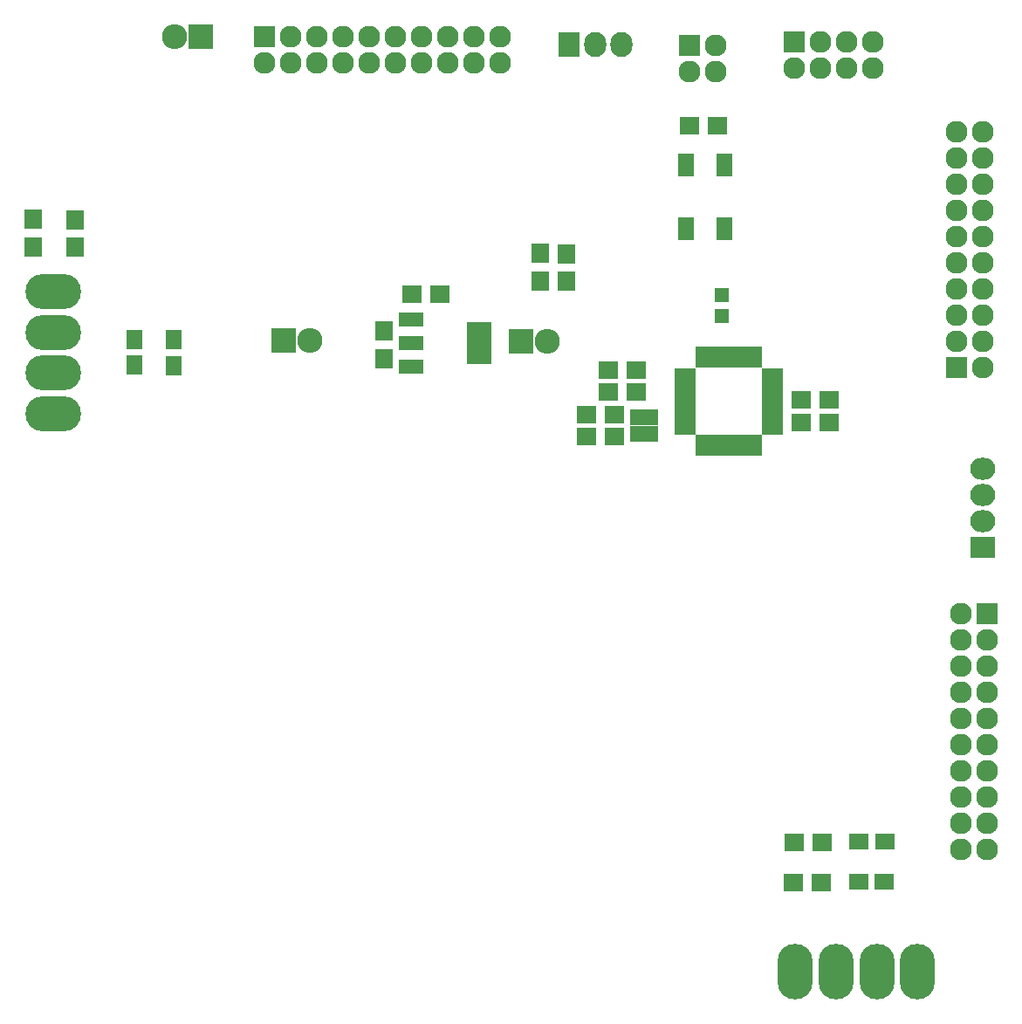
<source format=gbr>
G04 #@! TF.FileFunction,Soldermask,Top*
%FSLAX46Y46*%
G04 Gerber Fmt 4.6, Leading zero omitted, Abs format (unit mm)*
G04 Created by KiCad (PCBNEW 4.0.6) date 10/03/17 06:58:34*
%MOMM*%
%LPD*%
G01*
G04 APERTURE LIST*
%ADD10C,0.100000*%
%ADD11R,2.432000X4.057600*%
%ADD12R,2.432000X1.416000*%
%ADD13R,1.650000X1.900000*%
%ADD14R,1.700000X1.900000*%
%ADD15R,2.000000X0.950000*%
%ADD16R,0.950000X2.000000*%
%ADD17R,1.900000X1.700000*%
%ADD18R,2.432000X2.432000*%
%ADD19O,2.432000X2.432000*%
%ADD20R,2.127200X2.127200*%
%ADD21O,2.127200X2.127200*%
%ADD22R,2.432000X2.127200*%
%ADD23O,2.432000X2.127200*%
%ADD24R,2.700000X1.600000*%
%ADD25R,1.400000X1.400000*%
%ADD26R,1.500000X2.200000*%
%ADD27O,5.401260X3.399740*%
%ADD28O,3.399740X5.401260*%
%ADD29R,2.127200X2.432000*%
%ADD30O,2.127200X2.432000*%
%ADD31R,1.900000X1.650000*%
G04 APERTURE END LIST*
D10*
D11*
X127632000Y-54260000D03*
D12*
X121028000Y-54260000D03*
X121028000Y-56546000D03*
X121028000Y-51974000D03*
D13*
X98000000Y-53940000D03*
X98000000Y-56440000D03*
X94220000Y-53920000D03*
X94220000Y-56420000D03*
D14*
X84380000Y-42290000D03*
X84380000Y-44990000D03*
X88450000Y-45000000D03*
X88450000Y-42300000D03*
D15*
X147590000Y-57120000D03*
X147590000Y-57920000D03*
X147590000Y-58720000D03*
X147590000Y-59520000D03*
X147590000Y-60320000D03*
X147590000Y-61120000D03*
X147590000Y-61920000D03*
X147590000Y-62720000D03*
D16*
X149040000Y-64170000D03*
X149840000Y-64170000D03*
X150640000Y-64170000D03*
X151440000Y-64170000D03*
X152240000Y-64170000D03*
X153040000Y-64170000D03*
X153840000Y-64170000D03*
X154640000Y-64170000D03*
D15*
X156090000Y-62720000D03*
X156090000Y-61920000D03*
X156090000Y-61120000D03*
X156090000Y-60320000D03*
X156090000Y-59520000D03*
X156090000Y-58720000D03*
X156090000Y-57920000D03*
X156090000Y-57120000D03*
D16*
X154640000Y-55670000D03*
X153840000Y-55670000D03*
X153040000Y-55670000D03*
X152240000Y-55670000D03*
X151440000Y-55670000D03*
X150640000Y-55670000D03*
X149840000Y-55670000D03*
X149040000Y-55670000D03*
D14*
X118380000Y-55810000D03*
X118380000Y-53110000D03*
D17*
X123800000Y-49560000D03*
X121100000Y-49560000D03*
X158140000Y-106570000D03*
X160840000Y-106570000D03*
X160910000Y-102680000D03*
X158210000Y-102680000D03*
X158860000Y-61940000D03*
X161560000Y-61940000D03*
X142880000Y-59010000D03*
X140180000Y-59010000D03*
X142860000Y-56900000D03*
X140160000Y-56900000D03*
D18*
X108650000Y-54030000D03*
D19*
X111190000Y-54030000D03*
D18*
X131730000Y-54130000D03*
D19*
X134270000Y-54130000D03*
D17*
X140770000Y-61180000D03*
X138070000Y-61180000D03*
X140770000Y-63360000D03*
X138070000Y-63360000D03*
D14*
X133610000Y-45560000D03*
X133610000Y-48260000D03*
X136080000Y-48300000D03*
X136080000Y-45600000D03*
D20*
X173990000Y-56640000D03*
D21*
X176530000Y-56640000D03*
X173990000Y-54100000D03*
X176530000Y-54100000D03*
X173990000Y-51560000D03*
X176530000Y-51560000D03*
X173990000Y-49020000D03*
X176530000Y-49020000D03*
X173990000Y-46480000D03*
X176530000Y-46480000D03*
X173990000Y-43940000D03*
X176530000Y-43940000D03*
X173990000Y-41400000D03*
X176530000Y-41400000D03*
X173990000Y-38860000D03*
X176530000Y-38860000D03*
X173990000Y-36320000D03*
X176530000Y-36320000D03*
X173990000Y-33780000D03*
X176530000Y-33780000D03*
D20*
X176910000Y-80540000D03*
D21*
X174370000Y-80540000D03*
X176910000Y-83080000D03*
X174370000Y-83080000D03*
X176910000Y-85620000D03*
X174370000Y-85620000D03*
X176910000Y-88160000D03*
X174370000Y-88160000D03*
X176910000Y-90700000D03*
X174370000Y-90700000D03*
X176910000Y-93240000D03*
X174370000Y-93240000D03*
X176910000Y-95780000D03*
X174370000Y-95780000D03*
X176910000Y-98320000D03*
X174370000Y-98320000D03*
X176910000Y-100860000D03*
X174370000Y-100860000D03*
X176910000Y-103400000D03*
X174370000Y-103400000D03*
D20*
X106790000Y-24530000D03*
D21*
X106790000Y-27070000D03*
X109330000Y-24530000D03*
X109330000Y-27070000D03*
X111870000Y-24530000D03*
X111870000Y-27070000D03*
X114410000Y-24530000D03*
X114410000Y-27070000D03*
X116950000Y-24530000D03*
X116950000Y-27070000D03*
X119490000Y-24530000D03*
X119490000Y-27070000D03*
X122030000Y-24530000D03*
X122030000Y-27070000D03*
X124570000Y-24530000D03*
X124570000Y-27070000D03*
X127110000Y-24530000D03*
X127110000Y-27070000D03*
X129650000Y-24530000D03*
X129650000Y-27070000D03*
D22*
X176470000Y-74050000D03*
D23*
X176470000Y-71510000D03*
X176470000Y-68970000D03*
X176470000Y-66430000D03*
D20*
X158240000Y-25070000D03*
D21*
X158240000Y-27610000D03*
X160780000Y-25070000D03*
X160780000Y-27610000D03*
X163320000Y-25070000D03*
X163320000Y-27610000D03*
X165860000Y-25070000D03*
X165860000Y-27610000D03*
D24*
X143620000Y-61490000D03*
X143620000Y-63090000D03*
D25*
X151200000Y-49620000D03*
X151200000Y-51620000D03*
D26*
X147730000Y-37020000D03*
X147730000Y-43220000D03*
X151430000Y-43220000D03*
X151430000Y-37020000D03*
D27*
X86320000Y-53228800D03*
X86320000Y-57191200D03*
X86320000Y-49268940D03*
X86320000Y-61151060D03*
D28*
X166231200Y-115250000D03*
X162268800Y-115250000D03*
X170191060Y-115250000D03*
X158308940Y-115250000D03*
D29*
X136350000Y-25310000D03*
D30*
X138890000Y-25310000D03*
X141430000Y-25310000D03*
D18*
X100630000Y-24540000D03*
D19*
X98090000Y-24540000D03*
D31*
X167020000Y-102640000D03*
X164520000Y-102640000D03*
X166950000Y-106490000D03*
X164450000Y-106490000D03*
D17*
X150740000Y-33190000D03*
X148040000Y-33190000D03*
D20*
X148080000Y-25400000D03*
D21*
X148080000Y-27940000D03*
X150620000Y-25400000D03*
X150620000Y-27940000D03*
D17*
X161580000Y-59740000D03*
X158880000Y-59740000D03*
M02*

</source>
